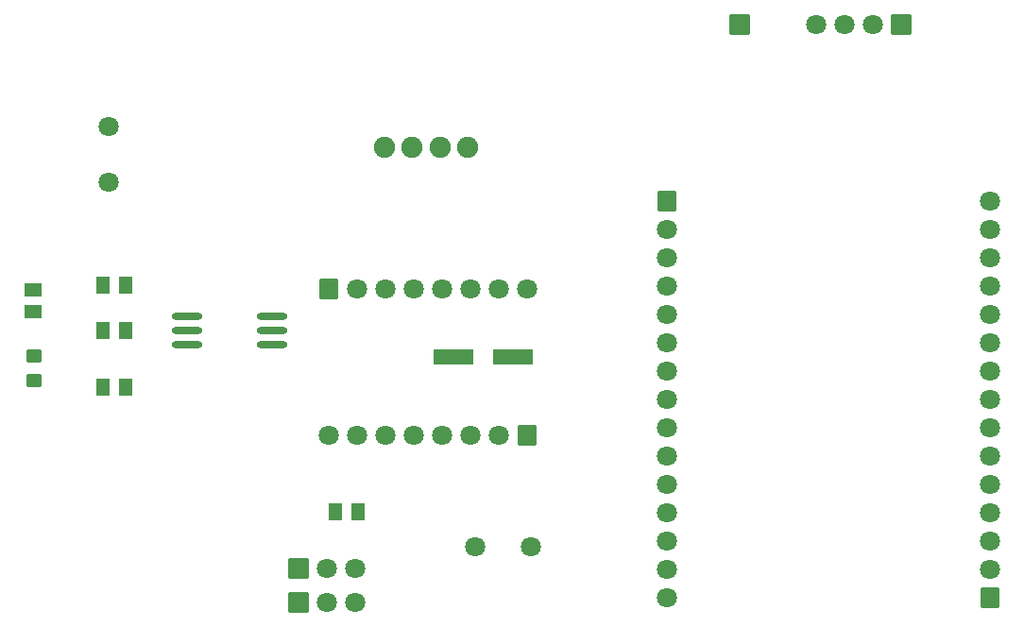
<source format=gts>
G04 Layer: TopSolderMaskLayer*
G04 EasyEDA Pro v2.0.19.1.e63e9f, 2023-06-23 12:42:27*
G04 Gerber Generator version 0.3*
G04 Scale: 100 percent, Rotated: No, Reflected: No*
G04 Dimensions in millimeters*
G04 Leading zeros omitted, absolute positions, 3 integers and 3 decimals*
%FSLAX33Y33*%
%MOMM*%
%AMRoundRect*1,1,$1,$2,$3*1,1,$1,$4,$5*1,1,$1,0-$2,0-$3*1,1,$1,0-$4,0-$5*20,1,$1,$2,$3,$4,$5,0*20,1,$1,$4,$5,0-$2,0-$3,0*20,1,$1,0-$2,0-$3,0-$4,0-$5,0*20,1,$1,0-$4,0-$5,$2,$3,0*4,1,4,$2,$3,$4,$5,0-$2,0-$3,0-$4,0-$5,$2,$3,0*%
%ADD10C,1.802*%
%ADD11RoundRect,0.102X0.787X0.85X0.787X-0.85*%
%ADD12RoundRect,0.102X-0.787X-0.85X-0.787X0.85*%
%ADD13RoundRect,0.102X0.787X-0.85X-0.787X-0.85*%
%ADD14RoundRect,0.102X-0.787X0.85X0.787X0.85*%
%ADD15RoundRect,0.102X0.689X0.566X0.689X-0.566*%
%ADD16RoundRect,0.102X-0.566X0.689X0.566X0.689*%
%ADD17O,2.757X0.662*%
%ADD18C,1.8*%
%ADD19RoundRect,0.102X-0.85X0.85X0.85X0.85*%
%ADD20RoundRect,0.102X0.625X0.5X0.625X-0.5*%
%ADD21RoundRect,0.102X-1.75X0.6X1.75X0.6*%
%ADD22RoundRect,0.102X0.85X-0.85X-0.85X-0.85*%
%ADD23C,1.902*%
G75*


G04 Pad Start*
G54D10*
G01X59817Y12573D03*
G01X59817Y15113D03*
G01X59817Y17653D03*
G01X59817Y20193D03*
G01X59817Y22733D03*
G01X59817Y25273D03*
G01X59817Y27813D03*
G01X59817Y30353D03*
G01X59817Y32893D03*
G01X59817Y35433D03*
G01X59817Y37973D03*
G01X59817Y40513D03*
G01X59817Y43053D03*
G01X59817Y45593D03*
G54D11*
G01X59817Y48133D03*
G54D10*
G01X88773Y48133D03*
G01X88773Y45593D03*
G01X88773Y43053D03*
G01X88773Y40513D03*
G01X88773Y37973D03*
G01X88773Y35433D03*
G01X88773Y32893D03*
G01X88773Y30353D03*
G01X88773Y27813D03*
G01X88773Y25273D03*
G01X88773Y22733D03*
G01X88773Y20193D03*
G01X88773Y17653D03*
G01X88773Y15113D03*
G54D12*
G01X88773Y12573D03*
G54D10*
G01X29464Y27178D03*
G01X32004Y27178D03*
G01X34544Y27178D03*
G01X37084Y27178D03*
G01X39624Y27178D03*
G01X42164Y27178D03*
G01X44704Y27178D03*
G54D13*
G01X47244Y27178D03*
G54D10*
G01X47244Y40259D03*
G01X44704Y40259D03*
G01X42164Y40259D03*
G01X39624Y40259D03*
G01X37084Y40259D03*
G01X34544Y40259D03*
G01X32004Y40259D03*
G54D14*
G01X29464Y40259D03*
G54D15*
G01X2954Y38243D03*
G01X2954Y40243D03*
G54D16*
G01X11287Y40640D03*
G01X9287Y40640D03*
G54D17*
G01X16771Y37846D03*
G01X16771Y36576D03*
G01X16771Y35306D03*
G01X24377Y37846D03*
G01X24377Y36576D03*
G01X24377Y35306D03*
G54D18*
G01X9779Y54824D03*
G01X9779Y49824D03*
G54D19*
G01X26797Y15240D03*
G54D10*
G01X29337Y15240D03*
G01X31877Y15240D03*
G54D19*
G01X26797Y12227D03*
G54D10*
G01X29337Y12227D03*
G01X31877Y12227D03*
G54D20*
G01X3048Y34247D03*
G01X3048Y32047D03*
G54D21*
G01X40637Y34163D03*
G01X45977Y34163D03*
G54D16*
G01X11287Y36576D03*
G01X9287Y36576D03*
G01X11287Y31496D03*
G01X9287Y31496D03*
G01X32115Y20320D03*
G01X30115Y20320D03*
G54D18*
G01X42585Y17145D03*
G01X47585Y17145D03*
G54D22*
G01X80772Y64008D03*
G54D10*
G01X78232Y64008D03*
G01X75692Y64008D03*
G01X73152Y64008D03*
G54D19*
G01X66294Y64008D03*
G54D23*
G01X41977Y52959D03*
G01X39477Y52959D03*
G01X36977Y52959D03*
G01X34477Y52959D03*
G04 Pad End*

M02*

</source>
